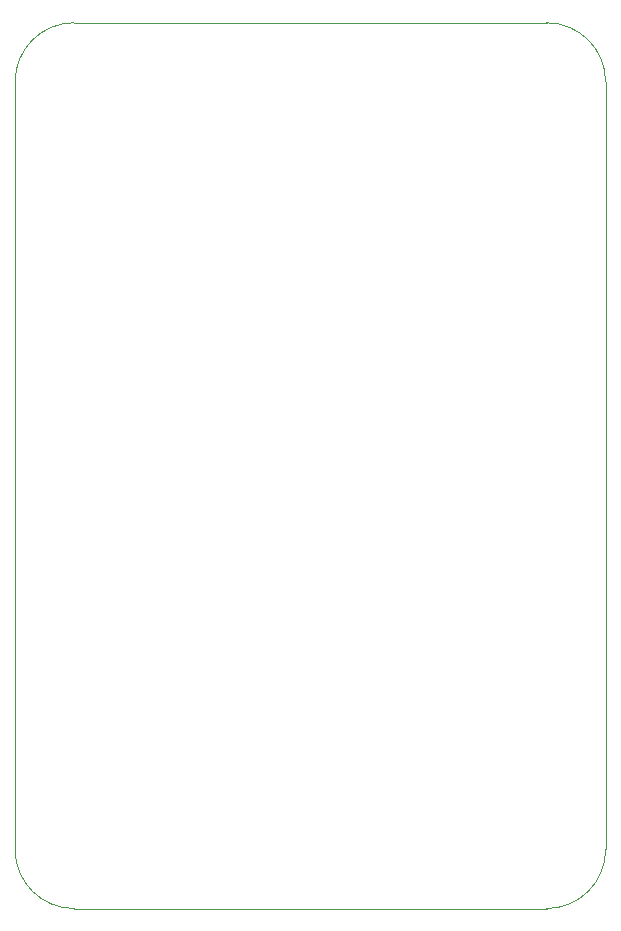
<source format=gbr>
%TF.GenerationSoftware,KiCad,Pcbnew,9.0.2*%
%TF.CreationDate,2025-06-11T22:20:25+01:00*%
%TF.ProjectId,Doorbell (Smaller),446f6f72-6265-46c6-9c20-28536d616c6c,1*%
%TF.SameCoordinates,Original*%
%TF.FileFunction,Profile,NP*%
%FSLAX46Y46*%
G04 Gerber Fmt 4.6, Leading zero omitted, Abs format (unit mm)*
G04 Created by KiCad (PCBNEW 9.0.2) date 2025-06-11 22:20:25*
%MOMM*%
%LPD*%
G01*
G04 APERTURE LIST*
%TA.AperFunction,Profile*%
%ADD10C,0.050000*%
%TD*%
G04 APERTURE END LIST*
D10*
X5000000Y-75000000D02*
X45000000Y-75000000D01*
X50000000Y-70000000D02*
G75*
G02*
X45000000Y-75000000I-5000000J0D01*
G01*
X5000000Y-75000000D02*
G75*
G02*
X0Y-70000000I0J5000000D01*
G01*
X45000000Y0D02*
G75*
G02*
X50000000Y-5000000I0J-5000000D01*
G01*
X45000000Y0D02*
X5000000Y0D01*
X0Y-5000000D02*
G75*
G02*
X5000000Y0I5000000J0D01*
G01*
X50000000Y-5000000D02*
X50000000Y-70000000D01*
X0Y-5000000D02*
X0Y-70000000D01*
M02*

</source>
